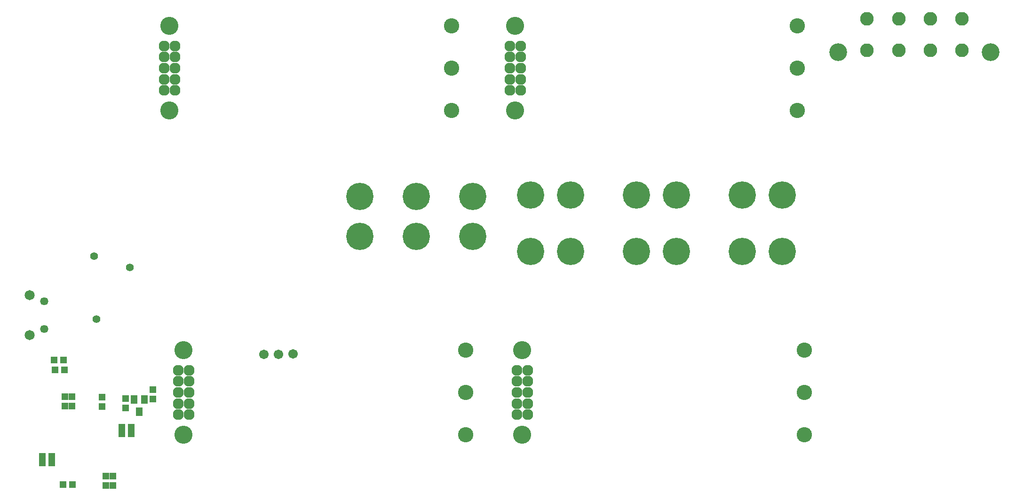
<source format=gbs>
G75*
%MOIN*%
%OFA0B0*%
%FSLAX25Y25*%
%IPPOS*%
%LPD*%
%AMOC8*
5,1,8,0,0,1.08239X$1,22.5*
%
%ADD10C,0.10800*%
%ADD11C,0.12808*%
%ADD12C,0.07718*%
%ADD13R,0.04737X0.05131*%
%ADD14R,0.05131X0.04737*%
%ADD15C,0.19332*%
%ADD16C,0.12611*%
%ADD17C,0.09687*%
%ADD18C,0.05750*%
%ADD19C,0.07128*%
%ADD20R,0.04737X0.06312*%
%ADD21C,0.05556*%
%ADD22C,0.06737*%
D10*
X0320000Y0053484D03*
X0320000Y0083484D03*
X0320000Y0113484D03*
X0560000Y0113484D03*
X0560000Y0083484D03*
X0560000Y0053484D03*
X0555000Y0283484D03*
X0555000Y0313484D03*
X0555000Y0343484D03*
X0310000Y0343484D03*
X0310000Y0313484D03*
X0310000Y0283484D03*
D11*
X0355000Y0283484D03*
X0355000Y0343484D03*
X0110000Y0343484D03*
X0110000Y0283484D03*
X0120000Y0113484D03*
X0120000Y0053484D03*
X0360000Y0053484D03*
X0360000Y0113484D03*
D12*
X0356063Y0099232D03*
X0363937Y0099232D03*
X0363937Y0091358D03*
X0356063Y0091358D03*
X0356063Y0083484D03*
X0363937Y0083484D03*
X0363937Y0075610D03*
X0356063Y0075610D03*
X0356063Y0067736D03*
X0363937Y0067736D03*
X0123937Y0067736D03*
X0116063Y0067736D03*
X0116063Y0075610D03*
X0123937Y0075610D03*
X0123937Y0083484D03*
X0116063Y0083484D03*
X0116063Y0091358D03*
X0123937Y0091358D03*
X0123937Y0099232D03*
X0116063Y0099232D03*
X0113937Y0297736D03*
X0106063Y0297736D03*
X0106063Y0305610D03*
X0113937Y0305610D03*
X0113937Y0313484D03*
X0106063Y0313484D03*
X0106063Y0321358D03*
X0113937Y0321358D03*
X0113937Y0329232D03*
X0106063Y0329232D03*
X0351063Y0329232D03*
X0358937Y0329232D03*
X0358937Y0321358D03*
X0351063Y0321358D03*
X0351063Y0313484D03*
X0358937Y0313484D03*
X0358937Y0305610D03*
X0351063Y0305610D03*
X0351063Y0297736D03*
X0358937Y0297736D03*
D13*
X0034554Y0018284D03*
X0041246Y0018284D03*
X0064900Y0017638D03*
X0070000Y0017538D03*
X0070000Y0024231D03*
X0064900Y0024331D03*
X0062100Y0073538D03*
X0062100Y0080231D03*
X0040700Y0080431D03*
X0035800Y0080531D03*
X0035800Y0073838D03*
X0040700Y0073738D03*
X0035446Y0099584D03*
X0028754Y0099584D03*
X0028254Y0106584D03*
X0034946Y0106584D03*
D14*
X0078700Y0079331D03*
X0078700Y0072638D03*
X0098200Y0078938D03*
X0098200Y0085631D03*
X0082846Y0058884D03*
X0082846Y0054084D03*
X0076154Y0054084D03*
X0076154Y0058884D03*
X0026446Y0038084D03*
X0026546Y0033384D03*
X0019854Y0033384D03*
X0019754Y0038084D03*
D15*
X0245000Y0194311D03*
X0285000Y0194311D03*
X0325000Y0194311D03*
X0365827Y0183484D03*
X0394173Y0183484D03*
X0440827Y0183484D03*
X0469173Y0183484D03*
X0515827Y0183484D03*
X0544173Y0183484D03*
X0544173Y0223484D03*
X0515827Y0223484D03*
X0469173Y0223484D03*
X0440827Y0223484D03*
X0394173Y0223484D03*
X0365827Y0223484D03*
X0325000Y0222658D03*
X0285000Y0222658D03*
X0245000Y0222658D03*
D16*
X0583976Y0324744D03*
X0692008Y0324744D03*
D17*
X0671654Y0326043D03*
X0649213Y0326043D03*
X0626772Y0326043D03*
X0604331Y0326043D03*
X0604331Y0348484D03*
X0626772Y0348484D03*
X0649213Y0348484D03*
X0671654Y0348484D03*
D18*
X0021339Y0148327D03*
X0021339Y0128642D03*
D19*
X0010709Y0124321D03*
X0010709Y0152648D03*
D20*
X0084760Y0078515D03*
X0092240Y0078515D03*
X0088500Y0069854D03*
D21*
X0058200Y0135484D03*
X0082000Y0172284D03*
X0056400Y0180184D03*
D22*
X0177000Y0110584D03*
X0187300Y0110584D03*
X0197500Y0110884D03*
M02*

</source>
